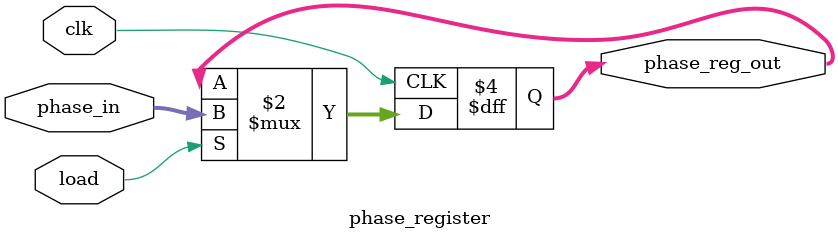
<source format=v>
module phase_register(phase_in, load, clk, phase_reg_out);
    input [15:0] phase_in;
    input load, clk;
    output reg [15:0] phase_reg_out;

    always @(posedge clk) begin
        if (load) begin
            phase_reg_out <= phase_in;
        end
    end
endmodule

</source>
